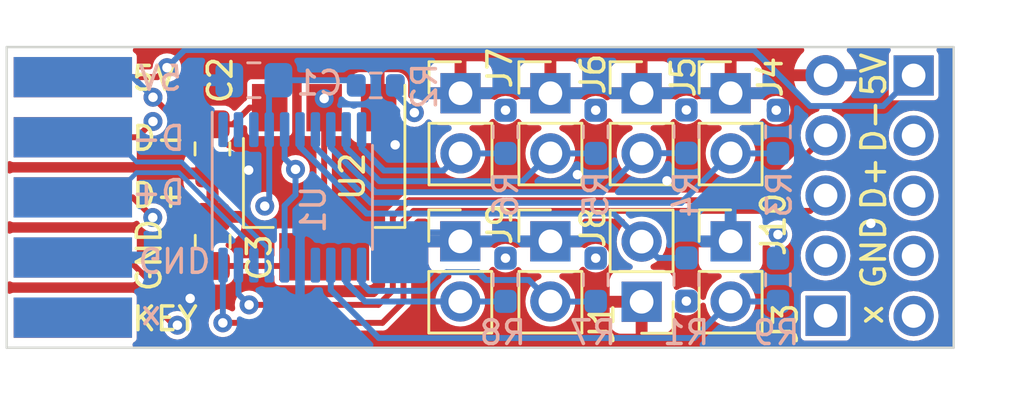
<source format=kicad_pcb>
(kicad_pcb (version 20221018) (generator pcbnew)
  (layers (0 "F.Cu" signal) (1 "In1.Cu" power "Power") (2 "In2.Cu" power "GND") (31 "B.Cu" signal) (34 "B.Paste" user) (35 "F.Paste" user) (36 "B.SilkS" user "B.Silkscreen") (37 "F.SilkS" user "F.Silkscreen") (38 "B.Mask" user) (39 "F.Mask" user) (44 "Edge.Cuts" user))
  (net 0 "")
  (net 1 "+5V")
  (net 2 "GND")
  (net 3 "+3V3")
  (net 9 "/A_Input0/A")
  (net 10 "/A_Input1/A")
  (net 11 "/A_Input2/A")
  (net 12 "/A_Input3/A")
  (net 13 "/A_Input6/A")
  (net 14 "/A_Input5/A")
  (net 15 "/A_Input4/A")
  (net 18 "RST")
  (net 19 "USB_D-")
  (net 20 "USB_D+")
  (net 21 "SWDCLK")
  (net 22 "SWDIO")
  (net 23 "/A_Input7/A")
  (net 24 "Net-(J2A-GND)")
  (net 25 "Net-(J2A-D+)")
  (net 26 "Net-(J2A-D-)")
  (net 27 "Net-(J2A-VBUS)")
  (footprint "Connector_PinHeader_2.54mm:PinHeader_1x02_P2.54mm_Vertical" (layer "F.Cu") (at 26.82 1.95)
    (fp_text reference "J5" (at 1.755 -0.68 90) (layer "F.SilkS"))
    (fp_text value "Conn_01x02_Pin")
    (fp_line (start -1.33 -1.33) (end 0 -1.33) (stroke (width 0.12)) (layer "F.SilkS"))
    (fp_line (start -1.33 0) (end -1.33 -1.33) (stroke (width 0.12)) (layer "F.SilkS"))
    (fp_line (start -1.33 1.27) (end -1.33 3.87) (stroke (width 0.12)) (layer "F.SilkS"))
    (fp_line (start -1.33 1.27) (end 1.33 1.27) (stroke (width 0.12)) (layer "F.SilkS"))
    (fp_line (start -1.33 3.87) (end 1.33 3.87) (stroke (width 0.12)) (layer "F.SilkS"))
    (fp_line (start 1.33 1.27) (end 1.33 3.87) (stroke (width 0.12)) (layer "F.SilkS"))
    (pad "1" thru_hole rect (at 0 0) (size 1.7 1.7) (drill 1) (layers "*.Cu" "*.Mask") (net 2 "GND"))
    (pad "2" thru_hole oval (at 0 2.54) (size 1.7 1.7) (drill 1) (layers "*.Cu" "*.Mask") (net 11 "/A_Input2/A"))
  )
  (footprint "Connector_PinHeader_2.54mm:PinHeader_1x02_P2.54mm_Vertical" (layer "F.Cu") (at 26.82 10.758332 180)
    (fp_text reference "J1" (at 1.674 -0.925668 90) (layer "F.SilkS"))
    (fp_text value "Conn_01x02_Pin")
    (fp_line (start -1.33 -1.33) (end 0 -1.33) (stroke (width 0.12)) (layer "F.SilkS"))
    (fp_line (start -1.33 0) (end -1.33 -1.33) (stroke (width 0.12)) (layer "F.SilkS"))
    (fp_line (start -1.33 1.27) (end -1.33 3.87) (stroke (width 0.12)) (layer "F.SilkS"))
    (fp_line (start -1.33 1.27) (end 1.33 1.27) (stroke (width 0.12)) (layer "F.SilkS"))
    (fp_line (start -1.33 3.87) (end 1.33 3.87) (stroke (width 0.12)) (layer "F.SilkS"))
    (fp_line (start 1.33 1.27) (end 1.33 3.87) (stroke (width 0.12)) (layer "F.SilkS"))
    (pad "1" thru_hole rect (at 0 0 180) (size 1.7 1.7) (drill 1) (layers "*.Cu" "*.Mask") (net 2 "GND"))
    (pad "2" thru_hole oval (at 0 2.54 180) (size 1.7 1.7) (drill 1) (layers "*.Cu" "*.Mask") (net 9 "/A_Input0/A"))
  )
  (footprint "Connector_PinHeader_2.54mm:PinHeader_1x02_P2.54mm_Vertical" (layer "F.Cu") (at 19.16 8.208332)
    (fp_text reference "J9" (at 1.668 -0.715332 90) (layer "F.SilkS"))
    (fp_text value "Conn_01x02_Pin")
    (fp_line (start -1.33 -1.33) (end 0 -1.33) (stroke (width 0.12)) (layer "F.SilkS"))
    (fp_line (start -1.33 0) (end -1.33 -1.33) (stroke (width 0.12)) (layer "F.SilkS"))
    (fp_line (start -1.33 1.27) (end -1.33 3.87) (stroke (width 0.12)) (layer "F.SilkS"))
    (fp_line (start -1.33 1.27) (end 1.33 1.27) (stroke (width 0.12)) (layer "F.SilkS"))
    (fp_line (start -1.33 3.87) (end 1.33 3.87) (stroke (width 0.12)) (layer "F.SilkS"))
    (fp_line (start 1.33 1.27) (end 1.33 3.87) (stroke (width 0.12)) (layer "F.SilkS"))
    (pad "1" thru_hole rect (at 0 0) (size 1.7 1.7) (drill 1) (layers "*.Cu" "*.Mask") (net 2 "GND"))
    (pad "2" thru_hole oval (at 0 2.54) (size 1.7 1.7) (drill 1) (layers "*.Cu" "*.Mask") (net 15 "/A_Input4/A"))
  )
  (footprint "Capacitor_SMD:C_0805_2012Metric_Pad1.18x1.45mm_HandSolder" (layer "F.Cu") (at 8.7 8.21 90)
    (fp_text reference "C3" (at -0.68 1.968 90) (layer "F.SilkS"))
    (fp_text value "C-100nF-0805")
    (fp_line (start -0.261252 -0.735) (end 0.261252 -0.735) (stroke (width 0.12)) (layer "F.SilkS"))
    (fp_line (start -0.261252 0.735) (end 0.261252 0.735) (stroke (width 0.12)) (layer "F.SilkS"))
    (pad "1" smd roundrect (at -1.0375 0 90) (size 1.175 1.45) (layers "F.Cu" "F.Paste" "F.Mask") (roundrect_rratio 0.2127659574) (net 3 "+3V3"))
    (pad "2" smd roundrect (at 1.0375 0 90) (size 1.175 1.45) (layers "F.Cu" "F.Paste" "F.Mask") (roundrect_rratio 0.2127659574) (net 2 "GND"))
  )
  (footprint "Connector_PinHeader_2.54mm:PinHeader_1x02_P2.54mm_Vertical" (layer "F.Cu") (at 30.58 1.95)
    (fp_text reference "J4" (at 1.678 -0.68 90) (layer "F.SilkS"))
    (fp_text value "Conn_01x02_Pin")
    (fp_line (start -1.33 -1.33) (end 0 -1.33) (stroke (width 0.12)) (layer "F.SilkS"))
    (fp_line (start -1.33 0) (end -1.33 -1.33) (stroke (width 0.12)) (layer "F.SilkS"))
    (fp_line (start -1.33 1.27) (end -1.33 3.87) (stroke (width 0.12)) (layer "F.SilkS"))
    (fp_line (start -1.33 1.27) (end 1.33 1.27) (stroke (width 0.12)) (layer "F.SilkS"))
    (fp_line (start -1.33 3.87) (end 1.33 3.87) (stroke (width 0.12)) (layer "F.SilkS"))
    (fp_line (start 1.33 1.27) (end 1.33 3.87) (stroke (width 0.12)) (layer "F.SilkS"))
    (pad "1" thru_hole rect (at 0 0) (size 1.7 1.7) (drill 1) (layers "*.Cu" "*.Mask") (net 2 "GND"))
    (pad "2" thru_hole oval (at 0 2.54) (size 1.7 1.7) (drill 1) (layers "*.Cu" "*.Mask") (net 10 "/A_Input1/A"))
  )
  (footprint "Connector_PinHeader_2.54mm:PinHeader_1x05_P2.54mm_Vertical" (layer "F.Cu") (at 38.31 1.2)
    (fp_text reference "USB_2_Out1" hide)
    (fp_text value "Conn_01x05")
    (pad "1" thru_hole rect (at 0 0) (size 1.7 1.7) (drill 1) (layers "*.Cu" "*.Mask") (net 27 "Net-(J2A-VBUS)"))
    (pad "2" thru_hole oval (at 0 2.54) (size 1.7 1.7) (drill 1) (layers "*.Cu" "*.Mask") (net 26 "Net-(J2A-D-)"))
    (pad "3" thru_hole oval (at 0 5.08) (size 1.7 1.7) (drill 1) (layers "*.Cu" "*.Mask") (net 25 "Net-(J2A-D+)"))
    (pad "4" thru_hole oval (at 0 7.62) (size 1.7 1.7) (drill 1) (layers "*.Cu" "*.Mask") (net 24 "Net-(J2A-GND)"))
    (pad "5" thru_hole oval (at 0 10.16) (size 1.7 1.7) (drill 1) (layers "*.Cu" "*.Mask"))
  )
  (footprint "Package_TO_SOT_SMD:SOT-223" (layer "F.Cu") (at 13.41 5.71 -90)
    (fp_text reference "U2" (at -0.249 -1.195 90) (layer "F.SilkS"))
    (fp_text value "ZLDO1117G33TA")
    (fp_line (start -4.1 -3.41) (end 1.91 -3.41) (stroke (width 0.12)) (layer "F.SilkS"))
    (fp_line (start -1.85 3.41) (end 1.91 3.41) (stroke (width 0.12)) (layer "F.SilkS"))
    (fp_line (start 1.91 -3.41) (end 1.91 -2.15) (stroke (width 0.12)) (layer "F.SilkS"))
    (fp_line (start 1.91 3.41) (end 1.91 2.15) (stroke (width 0.12)) (layer "F.SilkS"))
    (pad "1" smd rect (at -3.15 -2.3 270) (size 2 1.5) (layers "F.Cu" "F.Paste" "F.Mask") (net 2 "GND"))
    (pad "2" smd rect (at -3.15 0 270) (size 2 1.5) (layers "F.Cu" "F.Paste" "F.Mask") (net 3 "+3V3"))
    (pad "3" smd rect (at -3.15 2.3 270) (size 2 1.5) (layers "F.Cu" "F.Paste" "F.Mask") (net 1 "+5V"))
    (pad "4" smd rect (at 3.15 0 270) (size 2 3.8) (layers "F.Cu" "F.Paste" "F.Mask") (net 3 "+3V3"))
  )
  (footprint "Connector_PinHeader_2.54mm:PinHeader_1x02_P2.54mm_Vertical" (layer "F.Cu") (at 19.17 1.95)
    (fp_text reference "J7" (at 1.658 -1.061 90) (layer "F.SilkS"))
    (fp_text value "Conn_01x02_Pin")
    (fp_line (start -1.33 -1.33) (end 0 -1.33) (stroke (width 0.12)) (layer "F.SilkS"))
    (fp_line (start -1.33 0) (end -1.33 -1.33) (stroke (width 0.12)) (layer "F.SilkS"))
    (fp_line (start -1.33 1.27) (end -1.33 3.87) (stroke (width 0.12)) (layer "F.SilkS"))
    (fp_line (start -1.33 1.27) (end 1.33 1.27) (stroke (width 0.12)) (layer "F.SilkS"))
    (fp_line (start -1.33 3.87) (end 1.33 3.87) (stroke (width 0.12)) (layer "F.SilkS"))
    (fp_line (start 1.33 1.27) (end 1.33 3.87) (stroke (width 0.12)) (layer "F.SilkS"))
    (pad "1" thru_hole rect locked (at 0 0) (size 1.7 1.7) (drill 1) (layers "*.Cu" "*.Mask") (net 2 "GND"))
    (pad "2" thru_hole oval locked (at 0 2.54) (size 1.7 1.7) (drill 1) (layers "*.Cu" "*.Mask") (net 13 "/A_Input6/A"))
  )
  (footprint "Connector_PinHeader_2.54mm:PinHeader_1x02_P2.54mm_Vertical" (layer "F.Cu") (at 22.966666 8.208332)
    (fp_text reference "J8" (at 1.798334 -0.588332 90) (layer "F.SilkS"))
    (fp_text value "Conn_01x02_Pin")
    (fp_line (start -1.33 -1.33) (end 0 -1.33) (stroke (width 0.12)) (layer "F.SilkS"))
    (fp_line (start -1.33 0) (end -1.33 -1.33) (stroke (width 0.12)) (layer "F.SilkS"))
    (fp_line (start -1.33 1.27) (end -1.33 3.87) (stroke (width 0.12)) (layer "F.SilkS"))
    (fp_line (start -1.33 1.27) (end 1.33 1.27) (stroke (width 0.12)) (layer "F.SilkS"))
    (fp_line (start -1.33 3.87) (end 1.33 3.87) (stroke (width 0.12)) (layer "F.SilkS"))
    (fp_line (start 1.33 1.27) (end 1.33 3.87) (stroke (width 0.12)) (layer "F.SilkS"))
    (pad "1" thru_hole rect (at 0 0) (size 1.7 1.7) (drill 1) (layers "*.Cu" "*.Mask") (net 2 "GND"))
    (pad "2" thru_hole oval (at 0 2.54) (size 1.7 1.7) (drill 1) (layers "*.Cu" "*.Mask") (net 14 "/A_Input5/A"))
  )
  (footprint "Connector_PinHeader_2.54mm:PinHeader_1x02_P2.54mm_Vertical" (layer "F.Cu") (at 22.966666 1.95)
    (fp_text reference "J6" (at 1.798334 -0.807 -90) (layer "F.SilkS"))
    (fp_text value "Conn_01x02_Pin")
    (fp_line (start -1.33 -1.33) (end 0 -1.33) (stroke (width 0.12)) (layer "F.SilkS"))
    (fp_line (start -1.33 0) (end -1.33 -1.33) (stroke (width 0.12)) (layer "F.SilkS"))
    (fp_line (start -1.33 1.27) (end -1.33 3.87) (stroke (width 0.12)) (layer "F.SilkS"))
    (fp_line (start -1.33 1.27) (end 1.33 1.27) (stroke (width 0.12)) (layer "F.SilkS"))
    (fp_line (start -1.33 3.87) (end 1.33 3.87) (stroke (width 0.12)) (layer "F.SilkS"))
    (fp_line (start 1.33 1.27) (end 1.33 3.87) (stroke (width 0.12)) (layer "F.SilkS"))
    (pad "1" thru_hole rect (at 0 0) (size 1.7 1.7) (drill 1) (layers "*.Cu" "*.Mask") (net 2 "GND"))
    (pad "2" thru_hole oval (at 0 2.54) (size 1.7 1.7) (drill 1) (layers "*.Cu" "*.Mask") (net 12 "/A_Input3/A"))
  )
  (footprint "Connector_PinHeader_2.54mm:PinHeader_1x05_P2.54mm_Vertical" (layer "F.Cu") (at 34.59 11.35 180)
    (fp_text reference "J3" (at 1.697 -0.334 90) (layer "F.SilkS"))
    (fp_text value "Conn_01x05")
    (pad "1" thru_hole rect (at 0 0 180) (size 1.7 1.7) (drill 1) (layers "*.Cu" "*.Mask") (net 3 "+3V3"))
    (pad "2" thru_hole oval (at 0 2.54 180) (size 1.7 1.7) (drill 1) (layers "*.Cu" "*.Mask") (net 18 "RST"))
    (pad "3" thru_hole oval (at 0 5.08 180) (size 1.7 1.7) (drill 1) (layers "*.Cu" "*.Mask") (net 21 "SWDCLK"))
    (pad "4" thru_hole oval (at 0 7.62 180) (size 1.7 1.7) (drill 1) (layers "*.Cu" "*.Mask") (net 22 "SWDIO"))
    (pad "5" thru_hole oval (at 0 10.16 180) (size 1.7 1.7) (drill 1) (layers "*.Cu" "*.Mask") (net 2 "GND"))
  )
  (footprint "Capacitor_SMD:C_0805_2012Metric_Pad1.18x1.45mm_HandSolder" (layer "F.Cu") (at 8.69 4.3 -90)
    (fp_text reference "C2" (at -2.903 -0.327 90) (layer "F.SilkS"))
    (fp_text value "C-100nF-0805")
    (fp_line (start -0.261252 -0.735) (end 0.261252 -0.735) (stroke (width 0.12)) (layer "F.SilkS"))
    (fp_line (start -0.261252 0.735) (end 0.261252 0.735) (stroke (width 0.12)) (layer "F.SilkS"))
    (pad "1" smd roundrect (at -1.0375 0 270) (size 1.175 1.45) (layers "F.Cu" "F.Paste" "F.Mask") (roundrect_rratio 0.2127659574) (net 1 "+5V"))
    (pad "2" smd roundrect (at 1.0375 0 270) (size 1.175 1.45) (layers "F.Cu" "F.Paste" "F.Mask") (roundrect_rratio 0.2127659574) (net 2 "GND"))
  )
  (footprint "MyLibs:MB_USB" (layer "F.Cu") (at 2.794 1.27)
    (fp_text reference "J2" hide)
    (fp_text value "USB_MB")
    (fp_text user "D-" (at 4.826 3.175 unlocked) (layer "B.SilkS") (effects (justify left bottom mirror)))
    (fp_text user "D+" (at 4.826 5.461 unlocked) (layer "B.SilkS") (effects (justify left bottom mirror)))
    (fp_text user "GND" (at 2.667 7.112 180 unlocked) (layer "B.SilkS") (effects (justify left bottom mirror)))
    (fp_text user "x" (at 3.81 10.541 unlocked) (layer "B.SilkS") (effects (justify left bottom mirror)))
    (fp_text user "5V" (at 4.699 0.635 unlocked) (layer "B.SilkS") (effects (justify left bottom mirror)))
    (fp_text user "GND" (at 3.81 9.144 90 unlocked) (layer "F.SilkS") (effects (justify left bottom)))
    (fp_text user "D+" (at 2.413 5.588 unlocked) (layer "F.SilkS") (effects (justify left bottom)))
    (fp_text user "KEY" (at 2.413 10.795 unlocked) (layer "F.SilkS") (effects (justify left bottom)))
    (fp_text user "5V" (at 2.413 0.635 unlocked) (layer "F.SilkS") (effects (justify left bottom)))
    (fp_text user "D-" (at 2.413 3.175 unlocked) (layer "F.SilkS") (effects (justify left bottom)))
    (pad "1" smd rect locked (at 0 0) (size 5 1.7) (layers "F.Cu" "F.Paste" "F.Mask") (net 27 "Net-(J2A-VBUS)"))
    (pad "2" smd rect locked (at 0 0) (size 5 1.7) (layers "B.Cu" "B.Paste" "B.Mask") (net 1 "+5V"))
    (pad "3" smd rect locked (at 0 2.54) (size 5 1.7) (layers "F.Cu" "F.Paste" "F.Mask") (net 26 "Net-(J2A-D-)"))
    (pad "4" smd rect locked (at 0 2.54) (size 5 1.7) (layers "B.Cu" "B.Paste" "B.Mask") (net 19 "USB_D-"))
    (pad "5" smd rect locked (at 0 5.08) (size 5 1.7) (layers "F.Cu" "F.Paste" "F.Mask") (net 25 "Net-(J2A-D+)"))
    (pad "6" smd rect locked (at 0 5.08) (size 5 1.7) (layers "B.Cu" "B.Paste" "B.Mask") (net 20 "USB_D+"))
    (pad "7" smd rect locked (at 0 7.62) (size 5 1.7) (layers "F.Cu" "F.Paste" "F.Mask") (net 24 "Net-(J2A-GND)"))
    (pad "8" smd rect locked (at 0 7.62) (size 5 1.7) (layers "B.Cu" "B.Paste" "B.Mask") (net 2 "GND"))
    (pad "9" smd rect locked (at 0 10.16) (size 5 1.7) (layers "F.Cu" "F.Paste" "F.Mask"))
    (pad "10" smd rect locked (at 0 10.16) (size 5 1.7) (layers "B.Cu" "B.Paste" "B.Mask"))
  )
  (footprint "Connector_PinHeader_2.54mm:PinHeader_1x02_P2.54mm_Vertical" (layer "F.Cu") (at 30.58 8.208332)
    (fp_text reference "J10" (at 1.805 -0.715332 90) (layer "F.SilkS"))
    (fp_text value "Conn_01x02_Pin")
    (fp_line (start -1.33 -1.33) (end 0 -1.33) (stroke (width 0.12)) (layer "F.SilkS"))
    (fp_line (start -1.33 0) (end -1.33 -1.33) (stroke (width 0.12)) (layer "F.SilkS"))
    (fp_line (start -1.33 1.27) (end -1.33 3.87) (stroke (width 0.12)) (layer "F.SilkS"))
    (fp_line (start -1.33 1.27) (end 1.33 1.27) (stroke (width 0.12)) (layer "F.SilkS"))
    (fp_line (start -1.33 3.87) (end 1.33 3.87) (stroke (width 0.12)) (layer "F.SilkS"))
    (fp_line (start 1.33 1.27) (end 1.33 3.87) (stroke (width 0.12)) (layer "F.SilkS"))
    (pad "1" thru_hole rect (at 0 0) (size 1.7 1.7) (drill 1) (layers "*.Cu" "*.Mask") (net 2 "GND"))
    (pad "2" thru_hole oval (at 0 2.54) (size 1.7 1.7) (drill 1) (layers "*.Cu" "*.Mask") (net 23 "/A_Input7/A"))
  )
  (footprint "Resistor_SMD:R_0603_1608Metric_Pad0.98x0.95mm_HandSolder" (layer "B.Cu") (at 32.58 9.83 -90)
    (fp_text reference "R9" (at 2.235 0.068 -180) (layer "B.SilkS") (effects (justify mirror)))
    (fp_text value "R-10k-0603")
    (fp_line (start -0.254724 -0.5225) (end 0.254724 -0.5225) (stroke (width 0.12)) (layer "B.SilkS"))
    (fp_line (start -0.254724 0.5225) (end 0.254724 0.5225) (stroke (width 0.12)) (layer "B.SilkS"))
    (pad "1" smd roundrect (at -0.9125 0 270) (size 0.975 0.95) (layers "B.Cu" "B.Paste" "B.Mask") (net 3 "+3V3"))
    (pad "2" smd roundrect (at 0.9125 0 270) (size 0.975 0.95) (layers "B.Cu" "B.Paste" "B.Mask") (net 23 "/A_Input7/A"))
  )
  (footprint "Capacitor_SMD:C_0805_2012Metric_Pad1.18x1.45mm_HandSolder" (layer "B.Cu") (at 10.44 1.4 180)
    (fp_text reference "C1" (at -2.768 -0.124) (layer "B.SilkS") (effects (justify mirror)))
    (fp_text value "C-100nF-0805")
    (fp_line (start -0.261252 -0.735) (end 0.261252 -0.735) (stroke (width 0.12)) (layer "B.SilkS"))
    (fp_line (start -0.261252 0.735) (end 0.261252 0.735) (stroke (width 0.12)) (layer "B.SilkS"))
    (pad "1" smd roundrect (at -1.0375 0 180) (size 1.175 1.45) (layers "B.Cu" "B.Paste" "B.Mask") (roundrect_rratio 0.2127659574) (net 18 "RST"))
    (pad "2" smd roundrect (at 1.0375 0 180) (size 1.175 1.45) (layers "B.Cu" "B.Paste" "B.Mask") (roundrect_rratio 0.2127659574) (net 2 "GND"))
  )
  (footprint "Resistor_SMD:R_0603_1608Metric_Pad0.98x0.95mm_HandSolder" (layer "B.Cu") (at 28.71 9.82 90)
    (fp_text reference "R1" (at -2.245 -0.008 180) (layer "B.SilkS") (effects (justify mirror)))
    (fp_text value "R-10k-0603")
    (fp_line (start -0.254724 -0.5225) (end 0.254724 -0.5225) (stroke (width 0.12)) (layer "B.SilkS"))
    (fp_line (start -0.254724 0.5225) (end 0.254724 0.5225) (stroke (width 0.12)) (layer "B.SilkS"))
    (pad "1" smd roundrect (at -0.9125 0 90) (size 0.975 0.95) (layers "B.Cu" "B.Paste" "B.Mask") (net 3 "+3V3"))
    (pad "2" smd roundrect (at 0.9125 0 90) (size 0.975 0.95) (layers "B.Cu" "B.Paste" "B.Mask") (net 9 "/A_Input0/A"))
  )
  (footprint "Package_SO:TSSOP-20_4.4x6.5mm_P0.65mm" (layer "B.Cu") (at 12.065 6.35 -90)
    (fp_text reference "U1" (at 0.508 -0.889 90) (layer "B.SilkS") (effects (justify mirror)))
    (fp_text value "STM32F042F4Px")
    (fp_line (start 0 -3.385) (end -2.2 -3.385) (stroke (width 0.12)) (layer "B.SilkS"))
    (fp_line (start 0 -3.385) (end 2.2 -3.385) (stroke (width 0.12)) (layer "B.SilkS"))
    (fp_line (start 0 3.385) (end -3.6 3.385) (stroke (width 0.12)) (layer "B.SilkS"))
    (fp_line (start 0 3.385) (end 2.2 3.385) (stroke (width 0.12)) (layer "B.SilkS"))
    (pad "1" smd roundrect (at -2.8625 2.925 270) (size 1.475 0.4) (layers "B.Cu" "B.Paste" "B.Mask"))
    (pad "2" smd roundrect (at -2.8625 2.275 270) (size 1.475 0.4) (layers "B.Cu" "B.Paste" "B.Mask"))
    (pad "3" smd roundrect (at -2.8625 1.625 270) (size 1.475 0.4) (layers "B.Cu" "B.Paste" "B.Mask"))
    (pad "4" smd roundrect (at -2.8625 0.975 270) (size 1.475 0.4) (layers "B.Cu" "B.Paste" "B.Mask") (net 18 "RST"))
    (pad "5" smd roundrect (at -2.8625 0.325 270) (size 1.475 0.4) (layers "B.Cu" "B.Paste" "B.Mask") (net 3 "+3V3"))
    (pad "6" smd roundrect (at -2.8625 -0.325 270) (size 1.475 0.4) (layers "B.Cu" "B.Paste" "B.Mask") (net 9 "/A_Input0/A"))
    (pad "7" smd roundrect (at -2.8625 -0.975 270) (size 1.475 0.4) (layers "B.Cu" "B.Paste" "B.Mask") (net 10 "/A_Input1/A"))
    (pad "8" smd roundrect (at -2.8625 -1.625 270) (size 1.475 0.4) (layers "B.Cu" "B.Paste" "B.Mask") (net 11 "/A_Input2/A"))
    (pad "9" smd roundrect (at -2.8625 -2.275 270) (size 1.475 0.4) (layers "B.Cu" "B.Paste" "B.Mask") (net 12 "/A_Input3/A"))
    (pad "10" smd roundrect (at -2.8625 -2.925 270) (size 1.475 0.4) (layers "B.Cu" "B.Paste" "B.Mask") (net 13 "/A_Input6/A"))
    (pad "11" smd roundrect (at 2.8625 -2.925 270) (size 1.475 0.4) (layers "B.Cu" "B.Paste" "B.Mask") (net 14 "/A_Input5/A"))
    (pad "12" smd roundrect (at 2.8625 -2.275 270) (size 1.475 0.4) (layers "B.Cu" "B.Paste" "B.Mask") (net 15 "/A_Input4/A"))
    (pad "13" smd roundrect (at 2.8625 -1.625 270) (size 1.475 0.4) (layers "B.Cu" "B.Paste" "B.Mask") (net 23 "/A_Input7/A"))
    (pad "14" smd roundrect (at 2.8625 -0.975 270) (size 1.475 0.4) (layers "B.Cu" "B.Paste" "B.Mask"))
    (pad "15" smd roundrect (at 2.8625 -0.325 270) (size 1.475 0.4) (layers "B.Cu" "B.Paste" "B.Mask") (net 2 "GND"))
    (pad "16" smd roundrect (at 2.8625 0.325 270) (size 1.475 0.4) (layers "B.Cu" "B.Paste" "B.Mask") (net 3 "+3V3"))
    (pad "17" smd roundrect (at 2.8625 0.975 270) (size 1.475 0.4) (layers "B.Cu" "B.Paste" "B.Mask") (net 19 "USB_D-"))
    (pad "18" smd roundrect (at 2.8625 1.625 270) (size 1.475 0.4) (layers "B.Cu" "B.Paste" "B.Mask") (net 20 "USB_D+"))
    (pad "19" smd roundrect (at 2.8625 2.275 270) (size 1.475 0.4) (layers "B.Cu" "B.Paste" "B.Mask") (net 22 "SWDIO"))
    (pad "20" smd roundrect (at 2.8625 2.925 270) (size 1.475 0.4) (layers "B.Cu" "B.Paste" "B.Mask") (net 21 "SWDCLK"))
  )
  (footprint "Resistor_SMD:R_0603_1608Metric_Pad0.98x0.95mm_HandSolder" (layer "B.Cu") (at 24.88 3.58 -90)
    (fp_text reference "R5" (at 2.643 -0.012 90) (layer "B.SilkS") (effects (justify mirror)))
    (fp_text value "R-10k-0603")
    (fp_line (start -0.254724 -0.5225) (end 0.254724 -0.5225) (stroke (width 0.12)) (layer "B.SilkS"))
    (fp_line (start -0.254724 0.5225) (end 0.254724 0.5225) (stroke (width 0.12)) (layer "B.SilkS"))
    (pad "1" smd roundrect (at -0.9125 0 270) (size 0.975 0.95) (layers "B.Cu" "B.Paste" "B.Mask") (net 3 "+3V3"))
    (pad "2" smd roundrect (at 0.9125 0 270) (size 0.975 0.95) (layers "B.Cu" "B.Paste" "B.Mask") (net 12 "/A_Input3/A"))
  )
  (footprint "Resistor_SMD:R_0603_1608Metric_Pad0.98x0.95mm_HandSolder" (layer "B.Cu") (at 21.07 3.58 -90)
    (fp_text reference "R6" (at 2.643 -0.012 90) (layer "B.SilkS") (effects (justify mirror)))
    (fp_text value "R-10k-0603")
    (fp_line (start -0.254724 -0.5225) (end 0.254724 -0.5225) (stroke (width 0.12)) (layer "B.SilkS"))
    (fp_line (start -0.254724 0.5225) (end 0.254724 0.5225) (stroke (width 0.12)) (layer "B.SilkS"))
    (pad "1" smd roundrect locked (at -0.9125 0 270) (size 0.975 0.95) (layers "B.Cu" "B.Paste" "B.Mask") (net 3 "+3V3"))
    (pad "2" smd roundrect locked (at 0.9125 0 270) (size 0.975 0.95) (layers "B.Cu" "B.Paste" "B.Mask") (net 13 "/A_Input6/A"))
  )
  (footprint "Resistor_SMD:R_0603_1608Metric_Pad0.98x0.95mm_HandSolder" (layer "B.Cu") (at 24.88 9.83 -90)
    (fp_text reference "R7" (at 2.235 0.115 -180) (layer "B.SilkS") (effects (justify mirror)))
    (fp_text value "R-10k-0603")
    (fp_line (start -0.254724 -0.5225) (end 0.254724 -0.5225) (stroke (width 0.12)) (layer "B.SilkS"))
    (fp_line (start -0.254724 0.5225) (end 0.254724 0.5225) (stroke (width 0.12)) (layer "B.SilkS"))
    (pad "1" smd roundrect (at -0.9125 0 270) (size 0.975 0.95) (layers "B.Cu" "B.Paste" "B.Mask") (net 3 "+3V3"))
    (pad "2" smd roundrect (at 0.9125 0 270) (size 0.975 0.95) (layers "B.Cu" "B.Paste" "B.Mask") (net 14 "/A_Input5/A"))
  )
  (footprint "Resistor_SMD:R_0603_1608Metric" (layer "B.Cu") (at 15.59 1.62 180)
    (fp_text reference "R2" (at -2.063 -0.031 90) (layer "B.SilkS") (effects (justify mirror)))
    (fp_text value "R-100k-0603")
    (fp_line (start -0.237258 -0.5225) (end 0.237258 -0.5225) (stroke (width 0.12)) (layer "B.SilkS"))
    (fp_line (start -0.237258 0.5225) (end 0.237258 0.5225) (stroke (width 0.12)) (layer "B.SilkS"))
    (pad "1" smd roundrect (at -0.825 0 180) (size 0.8 0.95) (layers "B.Cu" "B.Paste" "B.Mask") (net 3 "+3V3"))
    (pad "2" smd roundrect (at 0.825 0 180) (size 0.8 0.95) (layers "B.Cu" "B.Paste" "B.Mask") (net 18 "RST"))
  )
  (footprint "Resistor_SMD:R_0603_1608Metric_Pad0.98x0.95mm_HandSolder" (layer "B.Cu") (at 32.58 3.58 -90)
    (fp_text reference "R3" (at 2.643 -0.059 90) (layer "B.SilkS") (effects (justify mirror)))
    (fp_text value "R-10k-0603")
    (fp_line (start -0.254724 -0.5225) (end 0.254724 -0.5225) (stroke (width 0.12)) (layer "B.SilkS"))
    (fp_line (start -0.254724 0.5225) (end 0.254724 0.5225) (stroke (width 0.12)) (layer "B.SilkS"))
    (pad "1" smd roundrect (at -0.9125 0 270) (size 0.975 0.95) (layers "B.Cu" "B.Paste" "B.Mask") (net 3 "+3V3"))
    (pad "2" smd roundrect (at 0.9125 0 270) (size 0.975 0.95) (layers "B.Cu" "B.Paste" "B.Mask") (net 10 "/A_Input1/A"))
  )
  (footprint "Resistor_SMD:R_0603_1608Metric_Pad0.98x0.95mm_HandSolder" (layer "B.Cu") (at 21.07 9.83 -90)
    (fp_text reference "R8" (at 2.235 0.115 -180) (layer "B.SilkS") (effects (justify mirror)))
    (fp_text value "R-10k-0603")
    (fp_line (start -0.254724 -0.5225) (end 0.254724 -0.5225) (stroke (width 0.12)) (layer "B.SilkS"))
    (fp_line (start -0.254724 0.5225) (end 0.254724 0.5225) (stroke (width 0.12)) (layer "B.SilkS"))
    (pad "1" smd roundrect (at -0.9125 0 270) (size 0.975 0.95) (layers "B.Cu" "B.Paste" "B.Mask") (net 3 "+3V3"))
    (pad "2" smd roundrect (at 0.9125 0 270) (size 0.975 0.95) (layers "B.Cu" "B.Paste" "B.Mask") (net 15 "/A_Input4/A"))
  )
  (footprint "Resistor_SMD:R_0603_1608Metric_Pad0.98x0.95mm_HandSolder" (layer "B.Cu") (at 28.71 3.57 -90)
    (fp_text reference "R4" (at 2.653 0.008 90) (layer "B.SilkS") (effects (justify mirror)))
    (fp_text value "R-10k-0603")
    (fp_line (start -0.254724 -0.5225) (end 0.254724 -0.5225) (stroke (width 0.12)) (layer "B.SilkS"))
    (fp_line (start -0.254724 0.5225) (end 0.254724 0.5225) (stroke (width 0.12)) (layer "B.SilkS"))
    (pad "1" smd roundrect (at -0.9125 0 270) (size 0.975 0.95) (layers "B.Cu" "B.Paste" "B.Mask") (net 3 "+3V3"))
    (pad "2" smd roundrect (at 0.9125 0 270) (size 0.975 0.95) (layers "B.Cu" "B.Paste" "B.Mask") (net 11 "/A_Input2/A"))
  )
  (gr_line locked (start 40 0) (end 40 12.7) (stroke (width 0.1)) (layer "Edge.Cuts"))
  (gr_line locked (start 40 0) (end 0 0) (stroke (width 0.1)) (layer "Edge.Cuts"))
  (gr_line locked (start 0 12.7) (end 40 12.7) (stroke (width 0.1)) (layer "Edge.Cuts"))
  (gr_line locked (start 0 0) (end 0 12.7) (stroke (width 0.1)) (layer "Edge.Cuts"))
  (gr_text "GND" (at 37.211 10.287 90) (layer "F.SilkS") (effects (font (size 1 1)) (justify left bottom)))
  (gr_text "5V" (at 37.211 2.159 90) (layer "F.SilkS") (effects (font (size 1 1)) (justify left bottom)))
  (gr_text "D-" (at 37.211 4.572 90) (layer "F.SilkS") (effects (font (size 1 1)) (justify left bottom)))
  (gr_text "x" (at 37.084 11.811 90) (layer "F.SilkS") (effects (font (size 1 1)) (justify left bottom)))
  (gr_text "D+" (at 37.211 6.985 90) (layer "F.SilkS") (effects (font (size 1 1)) (justify left bottom)))
  (segment (start 7.3225 3.2625) (end 8.69 3.2625) (width 0.25) (layer "F.Cu") (net 1))
  (segment (start 8.69 3.2625) (end 9.5575 3.2625) (width 0.25) (layer "F.Cu") (net 1))
  (segment (start 6.18 2.12) (end 7.3225 3.2625) (width 0.25) (layer "F.Cu") (net 1))
  (segment (start 9.5575 3.2625) (end 10.26 2.56) (width 0.25) (layer "F.Cu") (net 1))
  (segment (start 10.26 2.56) (end 11.11 2.56) (width 0.25) (layer "F.Cu") (net 1))
  (via (at 6.18 2.12) (size 0.8) (drill 0.4) (layers "F.Cu" "B.Cu") (net 1))
  (segment (start 2.794 1.27) (end 5.33 1.27) (width 0.25) (layer "B.Cu") (net 1))
  (segment (start 5.33 1.27) (end 6.18 2.12) (width 0.25) (layer "B.Cu") (net 1))
  (via (at 10.22 5.2) (size 0.8) (drill 0.4) (layers "F.Cu" "B.Cu") (net 2))
  (via (at 7.75 10.62) (size 0.8) (drill 0.4) (layers "F.Cu" "B.Cu") (net 2))
  (via (at 27.89 5.65) (size 0.8) (drill 0.4) (layers "F.Cu" "B.Cu") (net 2))
  (via (at 16.41 4.13) (size 0.8) (drill 0.4) (layers "F.Cu" "B.Cu") (net 2))
  (via (at 36.5 7.45) (size 0.8) (drill 0.4) (layers "F.Cu" "B.Cu") (net 2))
  (via (at 24.11 5.39) (size 0.8) (drill 0.4) (layers "F.Cu" "B.Cu") (net 2))
  (segment (start 12.39 9.2125) (end 12.39 8.07) (width 0.25) (layer "B.Cu") (net 2))
  (segment (start 18.781668 7.83) (end 19.16 8.208332) (width 0.25) (layer "B.Cu") (net 2))
  (segment (start 12.39 8.07) (end 12.63 7.83) (width 0.25) (layer "B.Cu") (net 2))
  (segment (start 12.63 7.83) (end 18.781668 7.83) (width 0.25) (layer "B.Cu") (net 2))
  (segment (start 8.7 9.2475) (end 13.0225 9.2475) (width 0.25) (layer "F.Cu") (net 3))
  (segment (start 13.41 8.86) (end 13.41 2.56) (width 0.25) (layer "F.Cu") (net 3))
  (segment (start 13.0225 9.2475) (end 13.41 8.86) (width 0.25) (layer "F.Cu") (net 3))
  (via (at 28.71 10.7325) (size 0.8) (drill 0.4) (layers "F.Cu" "B.Cu") (net 3))
  (via (at 32.58 7.92) (size 0.8) (drill 0.4) (layers "F.Cu" "B.Cu") (net 3))
  (via (at 21.07 2.6675) (size 0.8) (drill 0.4) (layers "F.Cu" "B.Cu") (net 3))
  (via (at 21.07 8.9175) (size 0.8) (drill 0.4) (layers "F.Cu" "B.Cu") (net 3))
  (via (at 12.2 5.1655) (size 0.8) (drill 0.4) (layers "F.Cu" "B.Cu") (net 3))
  (via (at 28.71 2.6575) (size 0.8) (drill 0.4) (layers "F.Cu" "B.Cu") (net 3))
  (via (at 24.88 2.6675) (size 0.8) (drill 0.4) (layers "F.Cu" "B.Cu") (net 3))
  (via (at 32.5055 2.6675) (size 0.8) (drill 0.4) (layers "F.Cu" "B.Cu") (net 3))
  (via (at 13.411516 2.17275) (size 0.8) (drill 0.4) (layers "F.Cu" "B.Cu") (net 3))
  (via (at 17.22 2.77) (size 0.8) (drill 0.4) (layers "F.Cu" "B.Cu") (net 3))
  (via (at 24.88 8.9175) (size 0.8) (drill 0.4) (layers "F.Cu" "B.Cu") (net 3))
  (segment (start 32.58 8.9175) (end 32.58 7.92) (width 0.25) (layer "B.Cu") (net 3))
  (segment (start 11.74 6.695305) (end 12.2 6.235305) (width 0.25) (layer "B.Cu") (net 3))
  (segment (start 12.2 6.235305) (end 12.2 5.1655) (width 0.25) (layer "B.Cu") (net 3))
  (segment (start 16.415 1.62) (end 16.415 1.965) (width 0.25) (layer "B.Cu") (net 3))
  (segment (start 32.5055 2.6675) (end 32.58 2.6675) (width 0.25) (layer "B.Cu") (net 3))
  (segment (start 11.74 3.4875) (end 11.74 4.7055) (width 0.25) (layer "B.Cu") (net 3))
  (segment (start 16.415 1.965) (end 17.22 2.77) (width 0.25) (layer "B.Cu") (net 3))
  (segment (start 11.74 9.2125) (end 11.74 6.695305) (width 0.25) (layer "B.Cu") (net 3))
  (segment (start 11.74 4.7055) (end 12.2 5.1655) (width 0.25) (layer "B.Cu") (net 3))
  (segment (start 12.39 4.215584) (end 12.39 3.4875) (width 0.25) (layer "B.Cu") (net 9))
  (segment (start 15.207748 7.033332) (end 12.39 4.215584) (width 0.25) (layer "B.Cu") (net 9))
  (segment (start 25.635 7.033332) (end 15.207748 7.033332) (width 0.25) (layer "B.Cu") (net 9))
  (segment (start 26.82 8.218332) (end 25.635 7.033332) (width 0.25) (layer "B.Cu") (net 9))
  (segment (start 27.509168 8.9075) (end 26.82 8.218332) (width 0.25) (layer "B.Cu") (net 9))
  (segment (start 28.71 8.9075) (end 27.509168 8.9075) (width 0.25) (layer "B.Cu") (net 9))
  (segment (start 32.58 4.4925) (end 30.5825 4.4925) (width 0.25) (layer "B.Cu") (net 10))
  (segment (start 15.390812 6.58) (end 13.04 4.229188) (width 0.25) (layer "B.Cu") (net 10))
  (segment (start 13.04 4.229188) (end 13.04 3.4875) (width 0.25) (layer "B.Cu") (net 10))
  (segment (start 28.49 6.58) (end 15.390812 6.58) (width 0.25) (layer "B.Cu") (net 10))
  (segment (start 30.58 4.49) (end 28.49 6.58) (width 0.25) (layer "B.Cu") (net 10))
  (segment (start 30.5825 4.4925) (end 30.58 4.49) (width 0.25) (layer "B.Cu") (net 10))
  (segment (start 28.71 4.4825) (end 26.8275 4.4825) (width 0.25) (layer "B.Cu") (net 11))
  (segment (start 26.8275 4.4825) (end 26.82 4.49) (width 0.25) (layer "B.Cu") (net 11))
  (segment (start 13.69 4.242792) (end 15.577208 6.13) (width 0.25) (layer "B.Cu") (net 11))
  (segment (start 25.18 6.13) (end 26.82 4.49) (width 0.25) (layer "B.Cu") (net 11))
  (segment (start 15.577208 6.13) (end 25.18 6.13) (width 0.25) (layer "B.Cu") (net 11))
  (segment (start 13.69 3.4875) (end 13.69 4.242792) (width 0.25) (layer "B.Cu") (net 11))
  (segment (start 14.34 4.256396) (end 14.34 3.4875) (width 0.25) (layer "B.Cu") (net 12))
  (segment (start 21.791666 5.665) (end 15.748604 5.665) (width 0.25) (layer "B.Cu") (net 12))
  (segment (start 24.88 4.4925) (end 22.969166 4.4925) (width 0.25) (layer "B.Cu") (net 12))
  (segment (start 22.966666 4.49) (end 21.791666 5.665) (width 0.25) (layer "B.Cu") (net 12))
  (segment (start 15.748604 5.665) (end 14.34 4.256396) (width 0.25) (layer "B.Cu") (net 12))
  (segment (start 22.969166 4.4925) (end 22.966666 4.49) (width 0.25) (layer "B.Cu") (net 12))
  (segment (start 15.935 5.215) (end 14.99 4.27) (width 0.25) (layer "B.Cu") (net 13))
  (segment (start 21.07 4.4925) (end 19.1725 4.4925) (width 0.25) (layer "B.Cu") (net 13))
  (segment (start 19.17 4.49) (end 18.445 5.215) (width 0.25) (layer "B.Cu") (net 13))
  (segment (start 14.99 4.27) (end 14.99 3.4875) (width 0.25) (layer "B.Cu") (net 13))
  (segment (start 18.445 5.215) (end 15.935 5.215) (width 0.25) (layer "B.Cu") (net 13))
  (segment (start 19.1725 4.4925) (end 19.17 4.49) (width 0.25) (layer "B.Cu") (net 13))
  (segment (start 22.966666 10.748332) (end 22.058334 9.84) (width 0.25) (layer "B.Cu") (net 14))
  (segment (start 20.25 9.84) (end 19.92 9.51) (width 0.25) (layer "B.Cu") (net 14))
  (segment (start 19.92 9.51) (end 18.58 9.51) (width 0.25) (layer "B.Cu") (net 14))
  (segment (start 22.970834 10.7525) (end 22.966666 10.748332) (width 0.25) (layer "B.Cu") (net 14))
  (segment (start 15.328332 10.298332) (end 14.99 9.96) (width 0.25) (layer "B.Cu") (net 14))
  (segment (start 24.88 10.7525) (end 22.970834 10.7525) (width 0.25) (layer "B.Cu") (net 14))
  (segment (start 17.791668 10.298332) (end 15.328332 10.298332) (width 0.25) (layer "B.Cu") (net 14))
  (segment (start 22.058334 9.84) (end 20.25 9.84) (width 0.25) (layer "B.Cu") (net 14))
  (segment (start 14.99 9.96) (end 14.99 9.2125) (width 0.25) (layer "B.Cu") (net 14))
  (segment (start 18.58 9.51) (end 17.791668 10.298332) (width 0.25) (layer "B.Cu") (net 14))
  (segment (start 21.064168 10.748332) (end 21.07 10.7425) (width 0.25) (layer "B.Cu") (net 15))
  (segment (start 19.16 10.748332) (end 21.064168 10.748332) (width 0.25) (layer "B.Cu") (net 15))
  (segment (start 14.34 9.949999) (end 14.34 9.2125) (width 0.25) (layer "B.Cu") (net 15))
  (segment (start 19.16 10.748332) (end 15.138333 10.748332) (width 0.25) (layer "B.Cu") (net 15))
  (segment (start 15.138333 10.748332) (end 14.34 9.949999) (width 0.25) (layer "B.Cu") (net 15))
  (via (at 10.9 6.72) (size 0.8) (drill 0.4) (layers "F.Cu" "B.Cu") (net 18))
  (segment (start 11.09 6.53) (end 11.09 3.4875) (width 0.25) (layer "B.Cu") (net 18))
  (segment (start 10.9 6.72) (end 11.09 6.53) (width 0.25) (layer "B.Cu") (net 18))
  (segment (start 11.09 3.4875) (end 11.08 3.4775) (width 0.25) (layer "B.Cu") (net 18))
  (segment (start 14.765 1.62) (end 14.545 1.4) (width 0.25) (layer "B.Cu") (net 18))
  (segment (start 11.08 1.7975) (end 11.4775 1.4) (width 0.25) (layer "B.Cu") (net 18))
  (segment (start 14.545 1.4) (end 11.4775 1.4) (width 0.25) (layer "B.Cu") (net 18))
  (segment (start 11.08 3.4775) (end 11.08 1.7975) (width 0.25) (layer "B.Cu") (net 18))
  (segment (start 4.444 3.81) (end 5.489 4.855) (width 0.2) (layer "B.Cu") (net 19))
  (segment (start 7.388456 4.855) (end 11.09 8.556544) (width 0.2) (layer "B.Cu") (net 19))
  (segment (start 2.794 3.81) (end 4.444 3.81) (width 0.2) (layer "B.Cu") (net 19))
  (segment (start 5.489 4.855) (end 7.388456 4.855) (width 0.2) (layer "B.Cu") (net 19))
  (segment (start 11.09 8.556544) (end 11.09 9.2125) (width 0.2) (layer "B.Cu") (net 19))
  (segment (start 5.489 5.305) (end 7.27277 5.305) (width 0.2) (layer "B.Cu") (net 20))
  (segment (start 2.794 6.35) (end 4.444 6.35) (width 0.2) (layer "B.Cu") (net 20))
  (segment (start 4.444 6.35) (end 5.489 5.305) (width 0.2) (layer "B.Cu") (net 20))
  (segment (start 10.44 8.47223) (end 10.44 9.2125) (width 0.2) (layer "B.Cu") (net 20))
  (segment (start 7.27277 5.305) (end 10.44 8.47223) (width 0.2) (layer "B.Cu") (net 20))
  (segment (start 33.94 6.92) (end 17.19 6.92) (width 0.25) (layer "F.Cu") (net 21))
  (segment (start 34.59 6.27) (end 33.94 6.92) (width 0.25) (layer "F.Cu") (net 21))
  (segment (start 15.87 11.65) (end 9.13 11.65) (width 0.25) (layer "F.Cu") (net 21))
  (segment (start 16.76 7.35) (end 16.76 10.76) (width 0.25) (layer "F.Cu") (net 21))
  (segment (start 16.76 10.76) (end 15.87 11.65) (width 0.25) (layer "F.Cu") (net 21))
  (segment (start 17.19 6.92) (end 16.76 7.35) (width 0.25) (layer "F.Cu") (net 21))
  (via (at 9.13 11.65) (size 0.8) (drill 0.4) (layers "F.Cu" "B.Cu") (net 21))
  (segment (start 9.13 9.2225) (end 9.14 9.2125) (width 0.25) (layer "B.Cu") (net 21))
  (segment (start 9.13 11.65) (end 9.13 9.2225) (width 0.25) (layer "B.Cu") (net 21))
  (segment (start 31.85 6.47) (end 17.003604 6.47) (width 0.25) (layer "F.Cu") (net 22))
  (segment (start 34.59 3.73) (end 31.85 6.47) (width 0.25) (layer "F.Cu") (net 22))
  (segment (start 17.003604 6.47) (end 16.31 7.163604) (width 0.25) (layer "F.Cu") (net 22))
  (segment (start 16.31 10.28) (end 15.7 10.89) (width 0.25) (layer "F.Cu") (net 22))
  (segment (start 15.7 10.89) (end 10.24 10.89) (width 0.25) (layer "F.Cu") (net 22))
  (segment (start 16.31 7.163604) (end 16.31 10.28) (width 0.25) (layer "F.Cu") (net 22))
  (via (at 10.24 10.89) (size 0.8) (drill 0.4) (layers "F.Cu" "B.Cu") (net 22))
  (segment (start 10.24 10.89) (end 9.79 10.44) (width 0.25) (layer "B.Cu") (net 22))
  (segment (start 9.79 10.44) (end 9.79 9.2125) (width 0.25) (layer "B.Cu") (net 22))
  (segment (start 15.72 12.29) (end 13.69 10.26) (width 0.25) (layer "B.Cu") (net 23))
  (segment (start 30.58 10.748332) (end 32.575832 10.748332) (width 0.25) (layer "B.Cu") (net 23))
  (segment (start 32.575832 10.748332) (end 32.58 10.7525) (width 0.25) (layer "B.Cu") (net 23))
  (segment (start 30.58 10.748332) (end 29.038332 12.29) (width 0.25) (layer "B.Cu") (net 23))
  (segment (start 29.038332 12.29) (end 15.72 12.29) (width 0.25) (layer "B.Cu") (net 23))
  (segment (start 13.69 10.26) (end 13.69 9.2125) (width 0.25) (layer "B.Cu") (net 23))
  (segment (start 7.07 11.75) (end 6.14 10.82) (width 0.25) (layer "F.Cu") (net 24))
  (segment (start 6.14 9.98) (end 5.05 8.89) (width 0.25) (layer "F.Cu") (net 24))
  (segment (start 5.05 8.89) (end 2.794 8.89) (width 0.25) (layer "F.Cu") (net 24))
  (segment (start 6.14 10.82) (end 6.14 9.98) (width 0.25) (layer "F.Cu") (net 24))
  (segment (start 7.21 11.75) (end 7.07 11.75) (width 0.25) (layer "F.Cu") (net 24))
  (via (at 7.21 11.75) (size 0.8) (drill 0.4) (layers "F.Cu" "B.Cu") (net 24))
  (segment (start 6.17 7.2) (end 5.32 6.35) (width 0.25) (layer "F.Cu") (net 25))
  (segment (start 5.32 6.35) (end 2.794 6.35) (width 0.25) (layer "F.Cu") (net 25))
  (via (at 6.17 7.2) (size 0.8) (drill 0.4) (layers "F.Cu" "B.Cu") (net 25))
  (segment (start 5.511223 3.81) (end 2.794 3.81) (width 0.25) (layer "F.Cu") (net 26))
  (segment (start 6.178312 3.142911) (end 5.511223 3.81) (width 0.25) (layer "F.Cu") (net 26))
  (via (at 6.178312 3.142911) (size 0.8) (drill 0.4) (layers "F.Cu" "B.Cu") (net 26))
  (segment (start 2.794 1.27) (end 6.37 1.27) (width 0.25) (layer "F.Cu") (net 27))
  (segment (start 6.37 1.27) (end 6.77 0.87) (width 0.25) (layer "F.Cu") (net 27))
  (via (at 6.77 0.87) (size 0.8) (drill 0.4) (layers "F.Cu" "B.Cu") (net 27))
  (segment (start 31.565 0.125) (end 33.93 2.49) (width 0.25) (layer "B.Cu") (net 27))
  (segment (start 6.77 0.87) (end 7.515 0.125) (width 0.25) (layer "B.Cu") (net 27))
  (segment (start 33.93 2.49) (end 37.02 2.49) (width 0.25) (layer "B.Cu") (net 27))
  (segment (start 37.02 2.49) (end 38.31 1.2) (width 0.25) (layer "B.Cu") (net 27))
  (segment (start 7.515 0.125) (end 31.565 0.125) (width 0.25) (layer "B.Cu") (net 27))
  (zone (net 2) (net_name "GND") (layers "F.Cu" "In1.Cu" "In2.Cu" "B.Cu") (name "GND") (connect_pads (clearance 0.1)) (min_thickness 0.25) (fill yes (thermal_gap 0.5) (thermal_bridge_width 0.5))
    (polygon (pts (xy 0 0.01) (xy 40.01 0) (xy 40.01 12.7) (xy 0 12.7)))
  )
)
</source>
